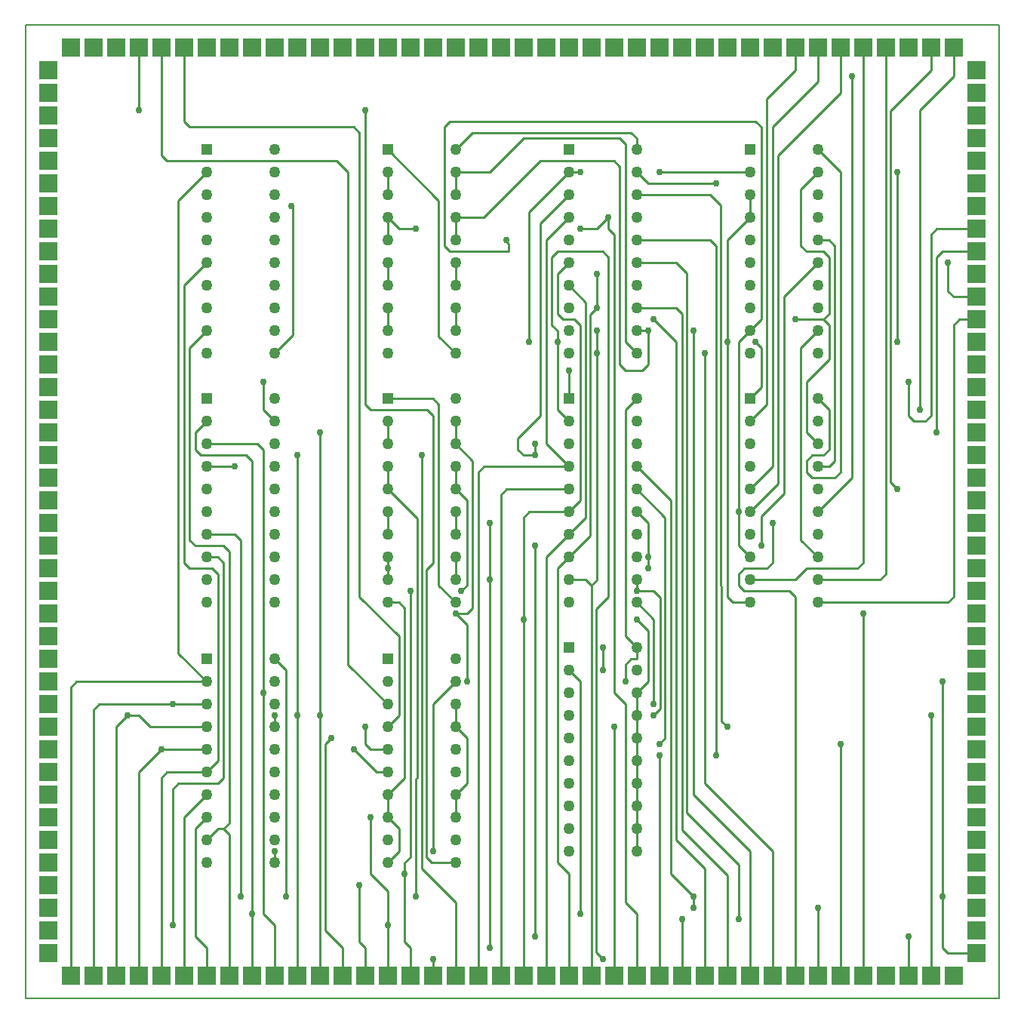
<source format=gbr>
G04 PROTEUS GERBER X2 FILE*
%TF.GenerationSoftware,Labcenter,Proteus,8.13-SP0-Build31525*%
%TF.CreationDate,2022-07-18T16:40:46+00:00*%
%TF.FileFunction,Copper,L2,Bot*%
%TF.FilePolarity,Positive*%
%TF.Part,Single*%
%TF.SameCoordinates,{e24a2c9c-2edf-4d0d-b778-41e989ec9892}*%
%FSLAX45Y45*%
%MOMM*%
G01*
%TA.AperFunction,Conductor*%
%ADD10C,0.254000*%
%TA.AperFunction,ViaPad*%
%ADD11C,0.762000*%
%TA.AperFunction,ComponentPad*%
%ADD12R,2.032000X2.032000*%
%TA.AperFunction,ComponentPad*%
%ADD13R,1.270000X1.270000*%
%ADD14C,1.270000*%
%TA.AperFunction,Profile*%
%ADD15C,0.203200*%
%TD.AperFunction*%
D10*
X-1651000Y-2667000D02*
X-1651000Y-2857500D01*
X-1587500Y-2921000D01*
X-1397000Y-2921000D01*
X-2667000Y-2540000D02*
X-2667000Y-2667000D01*
X-1778000Y-2921000D02*
X-1524000Y-3175000D01*
X-1397000Y-3175000D01*
X-889000Y-4064000D02*
X-889000Y-2412999D01*
X-635000Y-2159000D01*
X-635000Y-2158999D01*
X-2667000Y-4064000D02*
X-2667000Y-4191000D01*
X-3810000Y-2159000D02*
X-4889500Y-2159000D01*
X-4953000Y-2222500D01*
X-4953000Y-5461000D01*
X-3429000Y-2159000D02*
X-3746500Y-1841500D01*
X-3746500Y+3238500D01*
X-3429000Y+3556000D01*
X-3429000Y-2159000D02*
X-3810000Y-2159000D01*
X-2413000Y-2540000D02*
X-2413000Y+381000D01*
X-3111500Y+254000D02*
X-3429000Y+254000D01*
X-2413000Y-2540000D02*
X-2413000Y-5461000D01*
X-2159000Y-2540000D02*
X-2159000Y-5461000D01*
X-2159000Y-2540000D02*
X-2159000Y+635000D01*
X-2032000Y-2794000D02*
X-2095500Y-2857500D01*
X-2095500Y-4953000D01*
X-1905000Y-5143500D01*
X-1905000Y-5461000D01*
X-1714500Y-4445000D02*
X-1714500Y-5080000D01*
X-1651000Y-5143500D01*
X-1651000Y-5461000D01*
X-3048000Y-4572000D02*
X-3048000Y-571500D01*
X-3111500Y-508000D01*
X-3429000Y-508000D01*
X-1587500Y-3683000D02*
X-1587500Y-4318000D01*
X-1397000Y-4889500D02*
X-1397000Y-4508500D01*
X-1587500Y-4318000D01*
X-1397000Y-4889500D02*
X-1397000Y-5461000D01*
X-3810000Y-4889500D02*
X-3810000Y-3365500D01*
X-3746500Y-3302000D01*
X-3302000Y-3302000D01*
X-3238500Y-3238500D01*
X-3238500Y-825500D01*
X-3302000Y-762000D01*
X-3429000Y-762000D01*
X-1206500Y-4318000D02*
X-1206500Y-5080000D01*
X-1143000Y-5143500D01*
X-1143000Y-5461000D01*
X-1206500Y-4318000D02*
X-1206500Y-4191000D01*
X-1143000Y-4127500D01*
X-1143000Y-1143000D01*
X-3810000Y-2413000D02*
X-4635500Y-2413000D01*
X-4699000Y-2476500D01*
X-4699000Y-5461000D01*
X-3810000Y-2413000D02*
X-3429000Y-2413000D01*
X-4318000Y-2540000D02*
X-4445000Y-2667000D01*
X-4445000Y-5461000D01*
X-4191000Y-2540000D02*
X-4318000Y-2540000D01*
X-4191000Y-2540000D02*
X-4064000Y-2667000D01*
X-3429000Y-2667000D01*
X-3810000Y-2921000D02*
X-3937000Y-2921000D01*
X-3810000Y-2921000D02*
X-3429000Y-2921000D01*
X-3937000Y-2921000D02*
X-4191000Y-3175000D01*
X-4191000Y-5461000D01*
X-3429000Y-3175000D02*
X-3873500Y-3175000D01*
X-3937000Y-3238500D01*
X-3937000Y-5461000D01*
X-3429000Y-3175000D02*
X-3302000Y-3048000D01*
X-3302000Y-952500D01*
X-3365500Y-889000D01*
X-3619500Y-889000D01*
X-3683000Y-825500D01*
X-3683000Y+2286000D01*
X-3429000Y+2540000D01*
X-3429000Y-3429000D02*
X-3683000Y-3683000D01*
X-3683000Y-5461000D01*
X-3429000Y-3683000D02*
X-3556000Y-3810000D01*
X-3556000Y-5016500D01*
X-3429000Y-5143500D01*
X-3429000Y-5461000D01*
X-3238500Y-3810000D02*
X-3175000Y-3746500D01*
X-3175000Y-698500D01*
X-3238500Y-635000D01*
X-3556000Y-635000D01*
X-3619500Y-571500D01*
X-3619500Y+1587500D01*
X-3429000Y+1778000D01*
X-3238500Y-3810000D02*
X-3302000Y-3810000D01*
X-3429000Y-3937000D01*
X-3238500Y-3810000D02*
X-3175000Y-3873500D01*
X-3175000Y-5461000D01*
X+762000Y-4762500D02*
X+762000Y-2159000D01*
X+635000Y-2032000D01*
X-2921000Y-4762500D02*
X-2921000Y-5461000D01*
X-2921000Y-4762500D02*
X-2921000Y+317500D01*
X-2984500Y+381000D01*
X-3492500Y+381000D01*
X-3556000Y+444500D01*
X-3556000Y+635000D01*
X-3429000Y+762000D01*
X-2794000Y-2286000D02*
X-2794000Y+444500D01*
X-2857500Y+508000D01*
X-3429000Y+508000D01*
X-2794000Y-2286000D02*
X-2794000Y-4762500D01*
X-2667000Y-4889500D01*
X-2667000Y-5461000D01*
X+508000Y+1651000D02*
X+508000Y+1778000D01*
X+444500Y+1841500D01*
X+444500Y+2603500D01*
X+508000Y+2667000D01*
X+1016000Y+2667000D01*
X+1079500Y+2603500D01*
X+1079500Y-1206500D01*
X+939800Y-1346200D01*
X+939800Y-5194300D01*
X+1016000Y-5270500D01*
X-889000Y-5270500D02*
X-889000Y-5461000D01*
X+635000Y+762000D02*
X+508000Y+889000D01*
X+508000Y+1651000D01*
X+1651000Y+3556000D02*
X+2667000Y+3556000D01*
X+635000Y+3556000D02*
X+762000Y+3556000D01*
X+635000Y+3556000D02*
X+190500Y+3111500D01*
X+190500Y+1651000D01*
X+635000Y+3302000D02*
X+317500Y+2984500D01*
X+317500Y+825500D01*
X+63500Y+571500D01*
X+63500Y+444500D01*
X+127000Y+381000D01*
X+254000Y+381000D01*
X-1016000Y+381000D02*
X-1016000Y-4254500D01*
X-635000Y-4635500D01*
X-635000Y-5461000D01*
X+254000Y+508000D02*
X+254000Y+381000D01*
X+381000Y+254000D02*
X-317500Y+254000D01*
X-381000Y+190500D01*
X-381000Y-5461000D01*
X+635000Y+3048000D02*
X+381000Y+2794000D01*
X+381000Y+508000D01*
X+635000Y+254000D01*
X+381000Y+254000D01*
X+635000Y+0D02*
X-63500Y+0D01*
X-127000Y-63500D01*
X-127000Y-5461000D01*
X+2667000Y+1778000D02*
X+2540000Y+1651000D01*
X+2540000Y-127000D01*
X+2540000Y-254000D02*
X+2540000Y-635000D01*
X+2667000Y-762000D01*
X+2540000Y-127000D02*
X+2540000Y-254000D01*
X+2667000Y+1778000D02*
X+2794000Y+1905000D01*
X+2794000Y+4064000D01*
X+2730500Y+4127500D01*
X-698500Y+4127500D01*
X-762000Y+4064000D01*
X-762000Y+2730500D01*
X-698500Y+2667000D01*
X-36943Y+2667000D01*
X-36943Y+2755900D01*
X-63500Y+2782457D01*
X-63500Y+2794000D01*
X+635000Y-254000D02*
X+190500Y-254000D01*
X+127000Y-317500D01*
X+127000Y-1460500D01*
X+127000Y-5461000D01*
X+635000Y-254000D02*
X+762000Y-127000D01*
X+762000Y+1841500D01*
X+698500Y+1905000D01*
X+571500Y+1905000D01*
X+508000Y+1968500D01*
X+508000Y+2413000D01*
X+635000Y+2540000D01*
X+3429000Y-762000D02*
X+3238500Y-571500D01*
X+3238500Y+1587500D01*
X+3429000Y+1778000D01*
X+635000Y-508000D02*
X+381000Y-762000D01*
X+381000Y-5461000D01*
X+2794000Y-635000D02*
X+2794000Y-304800D01*
X+3048000Y-50800D01*
X+3048000Y+2159000D01*
X+3429000Y+2540000D01*
X+635000Y-508000D02*
X+825500Y-317500D01*
X+825500Y+2095500D01*
X+635000Y+2286000D01*
X+635000Y-762000D02*
X+876300Y-520700D01*
X+876300Y+1955800D01*
X+952500Y+2032000D01*
X+635000Y-762000D02*
X+508000Y-889000D01*
X+508000Y-4191000D01*
X+635000Y-4318000D01*
X+635000Y-5461000D01*
X+3429000Y+2794000D02*
X+3556000Y+2794000D01*
X+3619500Y+2730500D01*
X+3619500Y+317500D01*
X+3556000Y+254000D01*
X+3429000Y+254000D01*
X+952500Y+2032000D02*
X+952500Y+2413000D01*
X+3492500Y+1905000D02*
X+3556000Y+1968500D01*
X+3556000Y+2603500D01*
X+3492500Y+2667000D01*
X+3302000Y+2667000D01*
X+3238500Y+2730500D01*
X+3238500Y+3365501D01*
X+3429000Y+3556000D01*
X+3429000Y+3556001D01*
X+3492500Y+1905000D02*
X+3556000Y+1841500D01*
X+3556000Y+1460500D01*
X+3302000Y+1206500D01*
X+3302000Y+635001D01*
X+3429000Y+508000D01*
X+3429000Y+508001D01*
X+889000Y-1079500D02*
X+952500Y-1016000D01*
X+952500Y+1524000D01*
X+889000Y-1079500D02*
X+889000Y-5461000D01*
X+952500Y+1524000D02*
X+952500Y+1778000D01*
X+889000Y-1079500D02*
X+825500Y-1016000D01*
X+635000Y-1016000D01*
X+3492500Y+1905000D02*
X+3175000Y+1905000D01*
X+3175000Y+4953000D02*
X+3175000Y+4699000D01*
X+2857500Y+4381500D01*
X+2857500Y+952500D01*
X+2667000Y+762000D01*
X+3429000Y+4953000D02*
X+3429000Y+4572000D01*
X+2921000Y+4064000D01*
X+2921000Y+254000D01*
X+2667000Y+0D01*
X+2667000Y-254000D02*
X+2984500Y+63500D01*
X+2984500Y+3746500D01*
X+3683000Y+4445000D01*
X+3683000Y+4953000D01*
X+3937000Y+4953000D02*
X+3937000Y-825500D01*
X+3873500Y-889000D01*
X+3302000Y-889000D01*
X+3175000Y-1016000D01*
X+2667000Y-1016000D01*
X+4191000Y+4953000D02*
X+4191000Y-952500D01*
X+4127500Y-1016000D01*
X+3429000Y-1016000D01*
X+3810000Y+4635500D02*
X+3810000Y+127000D01*
X+3429000Y-254000D01*
X+4318000Y+0D02*
X+4241800Y+76200D01*
X+4241800Y+4241800D01*
X+4699000Y+4699000D01*
X+4699000Y+4953000D01*
X+4572000Y+889000D02*
X+4572000Y+4254500D01*
X+4953000Y+4635500D01*
X+4953000Y+4953000D01*
X+1143000Y-2667000D02*
X+1143000Y-5461000D01*
X+1397000Y+3302001D02*
X+1397000Y+3302000D01*
X+2222500Y+3302001D01*
X+2336800Y+3187701D01*
X+2336800Y-1079500D01*
X+2349500Y-1092200D01*
X+2349500Y-2603500D01*
X+2413000Y-2667000D01*
X-1397000Y+3302000D02*
X-1397000Y+3556000D01*
X+1397000Y+0D02*
X+1714500Y-317500D01*
X+1714500Y-2794000D01*
X+1651000Y-2857500D01*
X+3683000Y-2857500D02*
X+3683000Y-5461000D01*
X-1397000Y-254000D02*
X-1397000Y-508000D01*
X+1524000Y-762000D02*
X+1524000Y-381000D01*
X+1397000Y-254000D01*
X+3937000Y-1397000D02*
X+3937000Y-5461000D01*
X+1524000Y-889000D02*
X+1524000Y-762000D01*
X-1397000Y-889000D02*
X-1397000Y-762000D01*
X-1397000Y-889000D02*
X-1397000Y-1016000D01*
X-254000Y-381000D02*
X-254000Y-1016000D01*
X-254000Y-5143500D02*
X-254000Y-1016000D01*
X-635000Y-1016000D02*
X-635000Y-762000D01*
X+254000Y-5016500D02*
X+254000Y-635000D01*
X+4445000Y-5016500D02*
X+4445000Y-5461000D01*
X-635000Y-508000D02*
X-635000Y-254000D01*
X+1397000Y-1143000D02*
X+1587500Y-1143000D01*
X+1663700Y-1219200D01*
X+1663700Y-2463800D01*
X+1587500Y-2540000D01*
X+4699000Y-2540000D02*
X+4699000Y-5461000D01*
X-635000Y+0D02*
X-508000Y-127000D01*
X-508000Y-1079500D01*
X-571500Y-1143000D01*
X+1397000Y-1143000D02*
X+1397000Y-1016000D01*
X-635000Y+0D02*
X-635000Y+254000D01*
X-635000Y+508000D02*
X-444500Y+317501D01*
X-444500Y-1333500D01*
X-508000Y-1397000D01*
X-635000Y-1397000D01*
X-508000Y-1524000D01*
X-508000Y-2159000D01*
X+1587500Y-2413000D02*
X+1587500Y-1460500D01*
X+1397000Y-1270000D01*
X-635000Y+508001D02*
X-635000Y+508000D01*
X-635000Y+762000D01*
X-635000Y+762001D01*
X+1079500Y+3048000D02*
X+1079500Y+2921000D01*
X+1143000Y+2857500D01*
X+1143000Y-2286000D01*
X+1270000Y-2413000D01*
X+1270000Y-4635500D01*
X+1397000Y-4762500D01*
X+1397000Y-5461000D01*
X+1079500Y+3048000D02*
X+952500Y+2921000D01*
X+762000Y+2921000D01*
X-1397000Y+3048000D02*
X-1270000Y+2921000D01*
X-1079500Y+2921000D01*
X-1397000Y+3048000D02*
X-1397000Y+2794000D01*
X+1651000Y-2984500D02*
X+1651000Y-5461000D01*
X+1397000Y+2794000D02*
X+2222500Y+2794000D01*
X+2286000Y+2730500D01*
X+2286000Y-2984500D01*
X-1397000Y+2540000D02*
X-1397000Y+2286000D01*
X+1905000Y-4826000D02*
X+1905000Y-5461000D01*
X+1397000Y+2540000D02*
X+1841500Y+2540000D01*
X+1955800Y+2425700D01*
X+1955800Y-3630079D01*
X+2540000Y-4214279D01*
X+2540000Y-4826000D01*
X-1397000Y+2032000D02*
X-1397000Y+1778000D01*
X+1587500Y+1905000D02*
X+1841500Y+1651000D01*
X+1841500Y-3937000D01*
X+2159000Y-4254500D01*
X+2159000Y-5461000D01*
X-635000Y+2032000D02*
X-635000Y+1778000D01*
X+1397000Y+2032000D02*
X+1841500Y+2032000D01*
X+1905000Y+1968500D01*
X+1905000Y-3825564D01*
X+2413000Y-4333564D01*
X+2413000Y-5461000D01*
X-635000Y+2286000D02*
X-635000Y+2540000D01*
X+1524000Y+1778000D02*
X+1397000Y+1778000D01*
X+2032000Y+1778000D02*
X+2032000Y-3429000D01*
X+2667000Y-4064000D01*
X+2667000Y-5461000D01*
X-635000Y+3048000D02*
X-317500Y+3048000D01*
X+317500Y+3683000D01*
X+1143000Y+3683000D01*
X+1206500Y+3619500D01*
X+1206500Y+1397000D01*
X+1270000Y+1333500D01*
X+1460500Y+1333500D01*
X+1524000Y+1397000D01*
X+1524000Y+1778000D01*
X-635000Y+2794000D02*
X-635000Y+3048000D01*
X-635000Y+3556000D02*
X-254000Y+3556001D01*
X+126999Y+3937000D01*
X+1206500Y+3937000D01*
X+1270000Y+3873500D01*
X+1270000Y+1651000D01*
X+1397000Y+1524000D01*
X-635000Y+3302001D02*
X-635000Y+3302000D01*
X-635000Y+3556000D01*
X-635000Y+3556001D01*
X-2476500Y+3175000D02*
X-2456172Y+3154672D01*
X-2456172Y+1734828D01*
X-2667000Y+1524000D01*
X+2159000Y+1524000D02*
X+2159000Y-3302000D01*
X+2921000Y-4064000D01*
X+2921000Y-5461000D01*
X+2921000Y-381000D02*
X+2921000Y-825500D01*
X+2857500Y-889000D01*
X+2603500Y-889000D01*
X+2540000Y-952500D01*
X+2540000Y-1079500D01*
X+2603500Y-1143000D01*
X+3111500Y-1143000D01*
X+3175000Y-1206500D01*
X+3175000Y-5461000D01*
X-1397000Y+508000D02*
X-1397000Y+762000D01*
X+2032000Y-4572000D02*
X+1778000Y-4318000D01*
X+1778000Y-127000D01*
X+1397000Y+254000D01*
X+3429000Y-4699000D02*
X+3429000Y-5461000D01*
X+2032000Y-4572000D02*
X+2032000Y-4699000D01*
X-1397000Y+254000D02*
X-1397000Y+0D01*
X-1066800Y-330200D01*
X-1066800Y-3238500D01*
X-1079500Y-3251200D01*
X-1079500Y-4572000D01*
X+2667000Y-1270000D02*
X+2476500Y-1270000D01*
X+2413000Y-1206500D01*
X+2413000Y+1651000D01*
X+2667000Y+3048000D02*
X+2413000Y+2794000D01*
X+2413000Y+1651000D01*
X-1397000Y-3429000D02*
X-1206500Y-3238500D01*
X-1206500Y-1333500D01*
X-1270000Y-1270000D01*
X-1397000Y-1270000D01*
X+1397000Y-2286000D02*
X+1524000Y-2158999D01*
X+1524000Y-1587500D01*
X+1397000Y-1460500D01*
X-635000Y-3429000D02*
X-508000Y-3302000D01*
X-508000Y-2794000D01*
X-635000Y-2667000D01*
X-1397000Y-3683000D02*
X-1270000Y-3810000D01*
X-1270000Y-4064000D01*
X-1397000Y-4191000D01*
X-635000Y-2667000D02*
X-635000Y-2413000D01*
X-635000Y-2412999D01*
X+1397000Y-2540000D02*
X+1397000Y-2286000D01*
X+1397000Y-2285999D01*
X-635000Y-3683000D02*
X-635000Y-3429000D01*
X+1397000Y-3810000D02*
X+1397000Y-3556000D01*
X+1397000Y-4064000D02*
X+1397000Y-3810000D01*
X+1397000Y-3048000D02*
X+1397000Y-2794000D01*
X+1397000Y-3556000D02*
X+1397000Y-3302000D01*
X+1397000Y-3048000D01*
X+1397000Y-2794000D02*
X+1397000Y-2540000D01*
X+2667000Y+3048000D02*
X+2667000Y+3302000D01*
X-1397000Y-3429000D02*
X-1397000Y-3683000D01*
X-1651000Y+4254500D02*
X-1651000Y+952500D01*
X-1587500Y+889000D01*
X-952500Y+889000D01*
X-889000Y+825500D01*
X-889000Y-825500D01*
X-965200Y-901700D01*
X-965200Y-4127500D01*
X-901700Y-4191000D01*
X-635000Y-4191000D01*
X-4191000Y+4254500D02*
X-4191000Y+4953000D01*
X-3937000Y+4953000D02*
X-3937000Y+3746500D01*
X-3873500Y+3683000D01*
X-1968500Y+3683000D01*
X-1841825Y+3556325D01*
X-1841825Y-1968175D01*
X-1397000Y-2413000D01*
X-3683000Y+4953000D02*
X-3683000Y+4127500D01*
X-3619500Y+4064000D01*
X-1778000Y+4064000D01*
X-1714500Y+4000500D01*
X-1714500Y-1206500D01*
X-1270000Y-1651000D01*
X-1270000Y-2540000D01*
X-1397000Y-2667000D01*
X+1016000Y-1778000D02*
X+1016000Y-2032000D01*
X+4318000Y+3556000D02*
X+4318000Y+1651000D01*
X+5207000Y+1905000D02*
X+5016500Y+1905000D01*
X+4953000Y+1841500D01*
X+4953000Y-1206500D01*
X+4889500Y-1270000D01*
X+3429000Y-1270000D01*
X+4889500Y+2540000D02*
X+4889500Y+2222500D01*
X+4953000Y+2159000D01*
X+5207000Y+2159000D01*
X+2730500Y+1651000D02*
X+2794000Y+1587500D01*
X+2794000Y+1143000D01*
X+2667000Y+1016000D01*
X+2286000Y+3429000D02*
X+1524001Y+3429000D01*
X+1397000Y+3556000D01*
X+1397000Y+3556001D01*
X-1397000Y+3810000D02*
X-825500Y+3238500D01*
X-825500Y+1714500D01*
X-635000Y+1524000D01*
X+4445000Y+1206500D02*
X+4445000Y+825500D01*
X+4508500Y+762000D01*
X+4635500Y+762000D01*
X+4699000Y+825500D01*
X+4699000Y+2857500D01*
X+4762500Y+2921000D01*
X+5207000Y+2921000D01*
X-2794000Y+1206500D02*
X-2794000Y+889001D01*
X-2667000Y+762000D01*
X-2667000Y+762001D01*
X+4762500Y+635000D02*
X+4762500Y+2603500D01*
X+4826000Y+2667000D01*
X+5207000Y+2667000D01*
X-1397000Y+1016000D02*
X-889000Y+1016000D01*
X-825500Y+952500D01*
X-825500Y-1079500D01*
X-635000Y-1270000D01*
X+635000Y+1016000D02*
X+635000Y+1333500D01*
X+4826000Y-4572000D02*
X+4826000Y-5143500D01*
X+4889500Y-5207000D01*
X+5207000Y-5207000D01*
X-2540000Y-4572000D02*
X-2540000Y-2032000D01*
X-2667000Y-1905000D01*
X+4826000Y-4445000D02*
X+4826000Y-4572000D01*
X+1397000Y+1016000D02*
X+1270000Y+889000D01*
X+1270000Y-1651000D01*
X+1397000Y-1778000D01*
X+3429000Y+3810000D02*
X+3683000Y+3556000D01*
X+3683000Y+190500D01*
X+3619500Y+127000D01*
X+3365500Y+127000D01*
X+3302000Y+190500D01*
X+3302000Y+317500D01*
X+3365500Y+381000D01*
X+3492500Y+381000D01*
X+3556000Y+444500D01*
X+3556000Y+889000D01*
X+3429000Y+1016000D01*
X-635000Y+3810000D02*
X-444500Y+4000500D01*
X+1333500Y+4000500D01*
X+1397000Y+3937000D01*
X+1397000Y+3810000D01*
X+4826000Y-4445000D02*
X+4826000Y-2159000D01*
X+1397000Y-1778000D02*
X+1397000Y-1905000D01*
X+1333500Y-1905000D01*
X+1270000Y-1968500D01*
X+1270000Y-2159000D01*
D11*
X-1651000Y-2667000D03*
X-2667000Y-2540000D03*
X-1778000Y-2921000D03*
X-889000Y-4064000D03*
X-2667000Y-4064000D03*
X-2413000Y+381000D03*
X-3111500Y+254000D03*
X-2413000Y-2540000D03*
X-2159000Y+635000D03*
X-2159000Y-2540000D03*
X-2032000Y-2794000D03*
X-3048000Y-4572000D03*
X-1714500Y-4445000D03*
X-1397000Y-4889500D03*
X-3810000Y-4889500D03*
X-1587500Y-3683000D03*
X-1143000Y-1143000D03*
X-1206500Y-4318000D03*
X-3810000Y-2413000D03*
X-4318000Y-2540000D03*
X-3937000Y-2921000D03*
X+762000Y-4762500D03*
X-2921000Y-4762500D03*
X-2794000Y-2286000D03*
X+1016000Y-5270500D03*
X-889000Y-5270500D03*
X+1651000Y+3556000D03*
X+762000Y+3556000D03*
X+190500Y+1651000D03*
X+508000Y+1651000D03*
X-1016000Y+381000D03*
X+254000Y+381000D03*
X+254000Y+508000D03*
X+2540000Y-254000D03*
X-63500Y+2794000D03*
X+127000Y-1460500D03*
X+2794000Y-635000D03*
X+952500Y+2413000D03*
X+952500Y+2032000D03*
X+952500Y+1778000D03*
X+3175000Y+1905000D03*
X+952500Y+1524000D03*
X+3810000Y+4635500D03*
X+4318000Y+0D03*
X+4572000Y+889000D03*
X+1143000Y-2667000D03*
X+2413000Y-2667000D03*
X+1651000Y-2857500D03*
X+3683000Y-2857500D03*
X+3937000Y-1397000D03*
X+1524000Y-762000D03*
X+1524000Y-889000D03*
X-1397000Y-889000D03*
X-254000Y-1016000D03*
X-254000Y-5143500D03*
X-254000Y-381000D03*
X+254000Y-635000D03*
X+254000Y-5016500D03*
X+4445000Y-5016500D03*
X+1587500Y-2540000D03*
X+4699000Y-2540000D03*
X-571500Y-1143000D03*
X+1397000Y-1143000D03*
X-508000Y-2159000D03*
X+1587500Y-2413000D03*
X-635000Y-1397000D03*
X+762000Y+2921000D03*
X-1079500Y+2921000D03*
X+1079500Y+3048000D03*
X+1651000Y-2984500D03*
X+2286000Y-2984500D03*
X+1905000Y-4826000D03*
X+2540000Y-4826000D03*
X+1587500Y+1905000D03*
X+2032000Y+1778000D03*
X+1524000Y+1778000D03*
X-2476500Y+3175000D03*
X+2159000Y+1524000D03*
X+2921000Y-381000D03*
X+3429000Y-4699000D03*
X+2032000Y-4699000D03*
X-1079500Y-4572000D03*
X+2032000Y-4572000D03*
X+1397000Y-1460500D03*
X+2413000Y+1651000D03*
X-1651000Y+4254500D03*
X-4191000Y+4254500D03*
X+1016000Y-2032000D03*
X+1016000Y-1778000D03*
X+4318000Y+1651000D03*
X+4318000Y+3556000D03*
X+4889500Y+2540000D03*
X+2730500Y+1651000D03*
X+2286000Y+3429000D03*
X+4445000Y+1206500D03*
X-2794000Y+1206500D03*
X+4762500Y+635000D03*
X+635000Y+1333500D03*
X+4826000Y-4572000D03*
X-2540000Y-4572000D03*
X+4826000Y-2159000D03*
X+1270000Y-2159000D03*
D12*
X-2921000Y+4953000D03*
X-2667000Y+4953000D03*
X-2413000Y+4953000D03*
X-2159000Y+4953000D03*
X-1905000Y+4953000D03*
X-1651000Y+4953000D03*
X-1397000Y+4953000D03*
X-1143000Y+4953000D03*
X-889000Y+4953000D03*
X-635000Y+4953000D03*
X-381000Y+4953000D03*
X-127000Y+4953000D03*
X+127000Y+4953000D03*
X+381000Y+4953000D03*
X+635000Y+4953000D03*
X+889000Y+4953000D03*
X+1143000Y+4953000D03*
X+1397000Y+4953000D03*
X+1651000Y+4953000D03*
X+1905000Y+4953000D03*
X+2159000Y+4953000D03*
X+2413000Y+4953000D03*
X+2667000Y+4953000D03*
X+2921000Y+4953000D03*
X+3175000Y+4953000D03*
X+3429000Y+4953000D03*
X+3683000Y+4953000D03*
X+3937000Y+4953000D03*
X+4191000Y+4953000D03*
X+4445000Y+4953000D03*
X+4699000Y+4953000D03*
X+4953000Y+4953000D03*
X-4953000Y+4953000D03*
X-4699000Y+4953000D03*
X-4445000Y+4953000D03*
X-4191000Y+4953000D03*
X-3937000Y+4953000D03*
X-3683000Y+4953000D03*
X-3429000Y+4953000D03*
X-3175000Y+4953000D03*
X-4953000Y-5461000D03*
X-4699000Y-5461000D03*
X-4445000Y-5461000D03*
X-4191000Y-5461000D03*
X-3937000Y-5461000D03*
X-3683000Y-5461000D03*
X-3429000Y-5461000D03*
X-3175000Y-5461000D03*
X-2921000Y-5461000D03*
X-2667000Y-5461000D03*
X-2413000Y-5461000D03*
X-2159000Y-5461000D03*
X-1905000Y-5461000D03*
X-1651000Y-5461000D03*
X-1397000Y-5461000D03*
X-1143000Y-5461000D03*
X-889000Y-5461000D03*
X-635000Y-5461000D03*
X-381000Y-5461000D03*
X-127000Y-5461000D03*
X+127000Y-5461000D03*
X+381000Y-5461000D03*
X+635000Y-5461000D03*
X+889000Y-5461000D03*
X+1143000Y-5461000D03*
X+1397000Y-5461000D03*
X+1651000Y-5461000D03*
X+1905000Y-5461000D03*
X+2159000Y-5461000D03*
X+2413000Y-5461000D03*
X+2667000Y-5461000D03*
X+2921000Y-5461000D03*
X+3175000Y-5461000D03*
X+3429000Y-5461000D03*
X+3683000Y-5461000D03*
X+3937000Y-5461000D03*
X+4191000Y-5461000D03*
X+4445000Y-5461000D03*
X+4699000Y-5461000D03*
X+4953000Y-5461000D03*
X-5207000Y+4699000D03*
X-5207000Y+4445000D03*
X-5207000Y+4191000D03*
X-5207000Y+3937000D03*
X-5207000Y+3683000D03*
X-5207000Y+3429000D03*
X-5207000Y+3175000D03*
X-5207000Y+2921000D03*
X-5207000Y+2667000D03*
X-5207000Y+2413000D03*
X-5207000Y+2159000D03*
X-5207000Y+1905000D03*
X-5207000Y+1651000D03*
X-5207000Y+1397000D03*
X-5207000Y+1143000D03*
X-5207000Y+889000D03*
X-5207000Y+635000D03*
X-5207000Y+381000D03*
X-5207000Y+127000D03*
X-5207000Y-127000D03*
X-5207000Y-381000D03*
X-5207000Y-635000D03*
X-5207000Y-889000D03*
X-5207000Y-1143000D03*
X-5207000Y-1397000D03*
X-5207000Y-1651000D03*
X-5207000Y-1905000D03*
X-5207000Y-2159000D03*
X-5207000Y-2413000D03*
X-5207000Y-2667000D03*
X-5207000Y-2921000D03*
X-5207000Y-3175000D03*
X-5207000Y-3429000D03*
X-5207000Y-3683000D03*
X-5207000Y-3937000D03*
X-5207000Y-4191000D03*
X-5207000Y-4445000D03*
X-5207000Y-4699000D03*
X-5207000Y-4953000D03*
X-5207000Y-5207000D03*
X+5207000Y+4699000D03*
X+5207000Y+4445000D03*
X+5207000Y+4191000D03*
X+5207000Y+3937000D03*
X+5207000Y+3683000D03*
X+5207000Y+3429000D03*
X+5207000Y+3175000D03*
X+5207000Y+2921000D03*
X+5207000Y+2667000D03*
X+5207000Y+2413000D03*
X+5207000Y+2159000D03*
X+5207000Y+1905000D03*
X+5207000Y+1651000D03*
X+5207000Y+1397000D03*
X+5207000Y+1143000D03*
X+5207000Y+889000D03*
X+5207000Y+635000D03*
X+5207000Y+381000D03*
X+5207000Y+127000D03*
X+5207000Y-127000D03*
X+5207000Y-381000D03*
X+5207000Y-635000D03*
X+5207000Y-889000D03*
X+5207000Y-1143000D03*
X+5207000Y-1397000D03*
X+5207000Y-1651000D03*
X+5207000Y-1905000D03*
X+5207000Y-2159000D03*
X+5207000Y-2413000D03*
X+5207000Y-2667000D03*
X+5207000Y-2921000D03*
X+5207000Y-3175000D03*
X+5207000Y-3429000D03*
X+5207000Y-3683000D03*
X+5207000Y-3937000D03*
X+5207000Y-4191000D03*
X+5207000Y-4445000D03*
X+5207000Y-4699000D03*
X+5207000Y-4953000D03*
X+5207000Y-5207000D03*
D13*
X-3429000Y+3810000D03*
D14*
X-3429000Y+3556000D03*
X-3429000Y+3302000D03*
X-3429000Y+3048000D03*
X-3429000Y+2794000D03*
X-3429000Y+2540000D03*
X-3429000Y+2286000D03*
X-3429000Y+2032000D03*
X-3429000Y+1778000D03*
X-3429000Y+1524000D03*
X-2667000Y+1524000D03*
X-2667000Y+1778000D03*
X-2667000Y+2032000D03*
X-2667000Y+2286000D03*
X-2667000Y+2540000D03*
X-2667000Y+2794000D03*
X-2667000Y+3048000D03*
X-2667000Y+3302000D03*
X-2667000Y+3556000D03*
X-2667000Y+3810000D03*
D13*
X-3429000Y+1016000D03*
D14*
X-3429000Y+762000D03*
X-3429000Y+508000D03*
X-3429000Y+254000D03*
X-3429000Y+0D03*
X-3429000Y-254000D03*
X-3429000Y-508000D03*
X-3429000Y-762000D03*
X-3429000Y-1016000D03*
X-3429000Y-1270000D03*
X-2667000Y-1270000D03*
X-2667000Y-1016000D03*
X-2667000Y-762000D03*
X-2667000Y-508000D03*
X-2667000Y-254000D03*
X-2667000Y+0D03*
X-2667000Y+254000D03*
X-2667000Y+508000D03*
X-2667000Y+762000D03*
X-2667000Y+1016000D03*
D13*
X-1397000Y+3810000D03*
D14*
X-1397000Y+3556000D03*
X-1397000Y+3302000D03*
X-1397000Y+3048000D03*
X-1397000Y+2794000D03*
X-1397000Y+2540000D03*
X-1397000Y+2286000D03*
X-1397000Y+2032000D03*
X-1397000Y+1778000D03*
X-1397000Y+1524000D03*
X-635000Y+1524000D03*
X-635000Y+1778000D03*
X-635000Y+2032000D03*
X-635000Y+2286000D03*
X-635000Y+2540000D03*
X-635000Y+2794000D03*
X-635000Y+3048000D03*
X-635000Y+3302000D03*
X-635000Y+3556000D03*
X-635000Y+3810000D03*
D13*
X-1397000Y+1016000D03*
D14*
X-1397000Y+762000D03*
X-1397000Y+508000D03*
X-1397000Y+254000D03*
X-1397000Y+0D03*
X-1397000Y-254000D03*
X-1397000Y-508000D03*
X-1397000Y-762000D03*
X-1397000Y-1016000D03*
X-1397000Y-1270000D03*
X-635000Y-1270000D03*
X-635000Y-1016000D03*
X-635000Y-762000D03*
X-635000Y-508000D03*
X-635000Y-254000D03*
X-635000Y+0D03*
X-635000Y+254000D03*
X-635000Y+508000D03*
X-635000Y+762000D03*
X-635000Y+1016000D03*
D13*
X+635000Y+3810000D03*
D14*
X+635000Y+3556000D03*
X+635000Y+3302000D03*
X+635000Y+3048000D03*
X+635000Y+2794000D03*
X+635000Y+2540000D03*
X+635000Y+2286000D03*
X+635000Y+2032000D03*
X+635000Y+1778000D03*
X+635000Y+1524000D03*
X+1397000Y+1524000D03*
X+1397000Y+1778000D03*
X+1397000Y+2032000D03*
X+1397000Y+2286000D03*
X+1397000Y+2540000D03*
X+1397000Y+2794000D03*
X+1397000Y+3048000D03*
X+1397000Y+3302000D03*
X+1397000Y+3556000D03*
X+1397000Y+3810000D03*
D13*
X+635000Y+1016000D03*
D14*
X+635000Y+762000D03*
X+635000Y+508000D03*
X+635000Y+254000D03*
X+635000Y+0D03*
X+635000Y-254000D03*
X+635000Y-508000D03*
X+635000Y-762000D03*
X+635000Y-1016000D03*
X+635000Y-1270000D03*
X+1397000Y-1270000D03*
X+1397000Y-1016000D03*
X+1397000Y-762000D03*
X+1397000Y-508000D03*
X+1397000Y-254000D03*
X+1397000Y+0D03*
X+1397000Y+254000D03*
X+1397000Y+508000D03*
X+1397000Y+762000D03*
X+1397000Y+1016000D03*
D13*
X-3429000Y-1905000D03*
D14*
X-3429000Y-2159000D03*
X-3429000Y-2413000D03*
X-3429000Y-2667000D03*
X-3429000Y-2921000D03*
X-3429000Y-3175000D03*
X-3429000Y-3429000D03*
X-3429000Y-3683000D03*
X-3429000Y-3937000D03*
X-3429000Y-4191000D03*
X-2667000Y-4191000D03*
X-2667000Y-3937000D03*
X-2667000Y-3683000D03*
X-2667000Y-3429000D03*
X-2667000Y-3175000D03*
X-2667000Y-2921000D03*
X-2667000Y-2667000D03*
X-2667000Y-2413000D03*
X-2667000Y-2159000D03*
X-2667000Y-1905000D03*
D13*
X+635000Y-1778000D03*
D14*
X+635000Y-2032000D03*
X+635000Y-2286000D03*
X+635000Y-2540000D03*
X+635000Y-2794000D03*
X+635000Y-3048000D03*
X+635000Y-3302000D03*
X+635000Y-3556000D03*
X+635000Y-3810000D03*
X+635000Y-4064000D03*
X+1397000Y-4064000D03*
X+1397000Y-3810000D03*
X+1397000Y-3556000D03*
X+1397000Y-3302000D03*
X+1397000Y-3048000D03*
X+1397000Y-2794000D03*
X+1397000Y-2540000D03*
X+1397000Y-2286000D03*
X+1397000Y-2032000D03*
X+1397000Y-1778000D03*
D13*
X-1397000Y-1905000D03*
D14*
X-1397000Y-2159000D03*
X-1397000Y-2413000D03*
X-1397000Y-2667000D03*
X-1397000Y-2921000D03*
X-1397000Y-3175000D03*
X-1397000Y-3429000D03*
X-1397000Y-3683000D03*
X-1397000Y-3937000D03*
X-1397000Y-4191000D03*
X-635000Y-4191000D03*
X-635000Y-3937000D03*
X-635000Y-3683000D03*
X-635000Y-3429000D03*
X-635000Y-3175000D03*
X-635000Y-2921000D03*
X-635000Y-2667000D03*
X-635000Y-2413000D03*
X-635000Y-2159000D03*
X-635000Y-1905000D03*
D13*
X+2667000Y+3810000D03*
D14*
X+2667000Y+3556000D03*
X+2667000Y+3302000D03*
X+2667000Y+3048000D03*
X+2667000Y+2794000D03*
X+2667000Y+2540000D03*
X+2667000Y+2286000D03*
X+2667000Y+2032000D03*
X+2667000Y+1778000D03*
X+2667000Y+1524000D03*
X+3429000Y+1524000D03*
X+3429000Y+1778000D03*
X+3429000Y+2032000D03*
X+3429000Y+2286000D03*
X+3429000Y+2540000D03*
X+3429000Y+2794000D03*
X+3429000Y+3048000D03*
X+3429000Y+3302000D03*
X+3429000Y+3556000D03*
X+3429000Y+3810000D03*
D13*
X+2667000Y+1016000D03*
D14*
X+2667000Y+762000D03*
X+2667000Y+508000D03*
X+2667000Y+254000D03*
X+2667000Y+0D03*
X+2667000Y-254000D03*
X+2667000Y-508000D03*
X+2667000Y-762000D03*
X+2667000Y-1016000D03*
X+2667000Y-1270000D03*
X+3429000Y-1270000D03*
X+3429000Y-1016000D03*
X+3429000Y-762000D03*
X+3429000Y-508000D03*
X+3429000Y-254000D03*
X+3429000Y+0D03*
X+3429000Y+254000D03*
X+3429000Y+508000D03*
X+3429000Y+762000D03*
X+3429000Y+1016000D03*
D15*
X-5461000Y-5715000D02*
X+5461000Y-5715000D01*
X+5461000Y+5207000D01*
X-5461000Y+5207000D01*
X-5461000Y-5715000D01*
M02*

</source>
